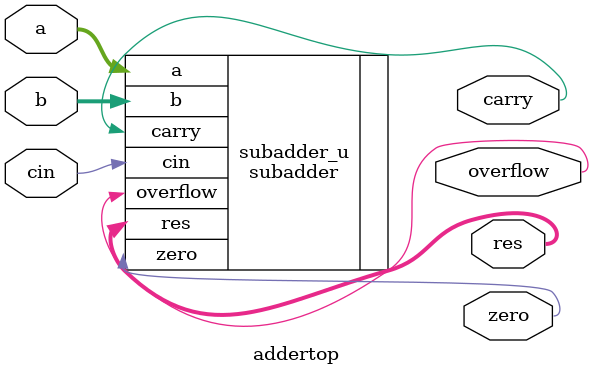
<source format=v>
module addertop(
	input [3:0]			a		,
	input [3:0]			b		,
	input				cin		,
	
	output reg [3:0]	res		,
	output				carry	,
	output				zero	,
	output				overflow
);
	subadder #(4) subadder_u(
		.a			(a			),
		.b			(b			),
		.cin		(cin		),
		.res		(res		),
		.carry		(carry		),
		.zero		(zero		),
		.overflow	(overflow	)

	);



endmodule

</source>
